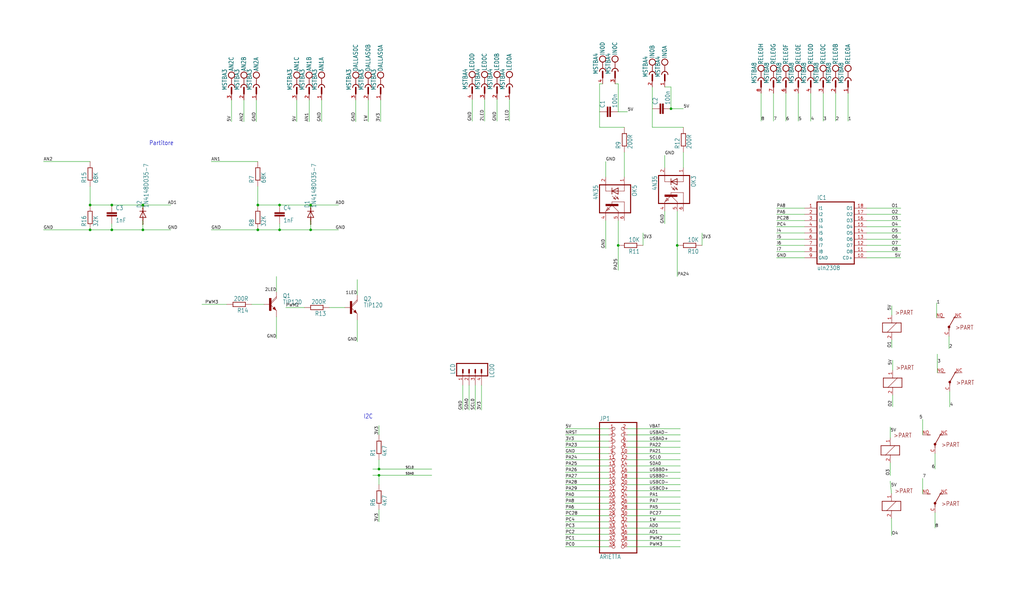
<source format=kicad_sch>
(kicad_sch (version 20220622) (generator eeschema)
  (paper "User" 418.643 249.326)
  (lib_symbols
    (symbol "pyacqua-eagle-import:1N4148DO35-7"
      (property "Reference" "D" (at 2.54 0.4826 0))
      (property "Value" "1N4148DO35-7" (at 2.54 -2.3114 0))
      (symbol "1N4148DO35-7_1_0"
        (text "SpiceOrder 1" (at -2.54 0 0) (effects (font (size 0.4064 0.3454))))
        (text "SpiceOrder 2" (at 2.54 0 0) (effects (font (size 0.4064 0.3454))))
        (pin passive line (at -2.54 0 0) (length 2.54) (name "A") (number "A"))
        (pin passive line (at 2.54 0 180) (length 2.54) (name "C") (number "C"))
      )
    )
    (symbol "pyacqua-eagle-import:4N35"
      (property "Reference" "OK" (at -6.985 5.715 0))
      (property "Value" "4N35" (at -6.985 -10.16 0))
      (symbol "4N35_1_0"
        (pin passive line (at -10.16 2.54 0) (length 2.54) (name "A") (number "1"))
        (pin passive line (at -10.16 -5.08 0) (length 2.54) (name "C") (number "2"))
        (pin passive line (at 7.62 -5.08 180) (length 2.54) (name "EMI") (number "4"))
        (pin passive line (at 7.62 0 180) (length 2.54) (name "COL") (number "5"))
        (pin passive line (at 7.62 2.54 180) (length 2.54) (name "BAS") (number "6"))
      )
    )
    (symbol "pyacqua-eagle-import:C2,5-3"
      (property "Reference" "C" (at 1.524 0.381 0))
      (property "Value" "C2,5-3" (at 1.524 -4.699 0))
      (symbol "C2,5-3_1_0"
        (pin passive line (at 0 2.54 270) (length 2.54) (name "1") (number "1"))
        (pin passive line (at 0 -5.08 90) (length 2.54) (name "2") (number "2"))
      )
    )
    (symbol "pyacqua-eagle-import:JS-M1"
      (symbol "JS-M1_1_0"
        (text ">PART" (at 1.27 5.08 0) (effects (font (size 1.778 1.5113)) (justify left bottom)))
        (pin passive line (at 0 5.08 270) (length 2.54) (name "1") (number "1"))
        (pin passive line (at 0 -5.08 90) (length 2.54) (name "2") (number "2"))
      )
      (symbol "JS-M1_2_0"
        (text ">PART" (at 2.54 0 0) (effects (font (size 1.778 1.5113)) (justify left bottom)))
        (pin passive line (at 0 -2.54 90) (length 2.54) (name "P") (number "C"))
        (pin passive line (at 5.08 5.08 180) (length 2.54) (name "O") (number "NC"))
        (pin passive line (at -5.08 5.08 0) (length 2.54) (name "S") (number "NO"))
      )
    )
    (symbol "pyacqua-eagle-import:MA04-1"
      (property "Reference" "SV" (at -1.27 5.842 0))
      (property "Value" "MA04-1" (at -1.27 -10.16 0))
      (symbol "MA04-1_1_0"
        (pin passive line (at 7.62 -5.08 180) (length 5.08) (name "1") (number "1"))
        (pin passive line (at 7.62 -2.54 180) (length 5.08) (name "2") (number "2"))
        (pin passive line (at 7.62 0 180) (length 5.08) (name "3") (number "3"))
        (pin passive line (at 7.62 2.54 180) (length 5.08) (name "4") (number "4"))
      )
    )
    (symbol "pyacqua-eagle-import:MSTBA3"
      (property "Reference" "X" (at -6.604 0.889 0))
      (property "Value" "MSTBA3" (at -7.62 -3.81 0))
      (symbol "MSTBA3_1_0"
        (pin passive line (at 5.08 0 180) (length 2.54) (name "1") (number "1"))
      )
      (symbol "MSTBA3_2_0"
        (pin passive line (at 5.08 0 180) (length 2.54) (name "1") (number "2"))
      )
      (symbol "MSTBA3_3_0"
        (pin passive line (at 5.08 0 180) (length 2.54) (name "1") (number "3"))
      )
    )
    (symbol "pyacqua-eagle-import:MSTBA4"
      (property "Reference" "X" (at -6.604 0.889 0))
      (property "Value" "MSTBA4" (at -7.62 -3.81 0))
      (symbol "MSTBA4_1_0"
        (pin passive line (at 5.08 0 180) (length 2.54) (name "1") (number "1"))
      )
      (symbol "MSTBA4_2_0"
        (pin passive line (at 5.08 0 180) (length 2.54) (name "1") (number "2"))
      )
      (symbol "MSTBA4_3_0"
        (pin passive line (at 5.08 0 180) (length 2.54) (name "1") (number "3"))
      )
      (symbol "MSTBA4_4_0"
        (pin passive line (at 5.08 0 180) (length 2.54) (name "1") (number "4"))
      )
    )
    (symbol "pyacqua-eagle-import:MSTBA8"
      (property "Reference" "X" (at -6.604 0.889 0))
      (property "Value" "MSTBA8" (at -7.62 -3.81 0))
      (symbol "MSTBA8_1_0"
        (pin passive line (at 5.08 0 180) (length 2.54) (name "1") (number "1"))
      )
      (symbol "MSTBA8_2_0"
        (pin passive line (at 5.08 0 180) (length 2.54) (name "1") (number "2"))
      )
      (symbol "MSTBA8_3_0"
        (pin passive line (at 5.08 0 180) (length 2.54) (name "1") (number "3"))
      )
      (symbol "MSTBA8_4_0"
        (pin passive line (at 5.08 0 180) (length 2.54) (name "1") (number "4"))
      )
      (symbol "MSTBA8_5_0"
        (pin passive line (at 5.08 0 180) (length 2.54) (name "1") (number "5"))
      )
      (symbol "MSTBA8_6_0"
        (pin passive line (at 5.08 0 180) (length 2.54) (name "1") (number "6"))
      )
      (symbol "MSTBA8_7_0"
        (pin passive line (at 5.08 0 180) (length 2.54) (name "1") (number "7"))
      )
      (symbol "MSTBA8_8_0"
        (pin passive line (at 5.08 0 180) (length 2.54) (name "1") (number "8"))
      )
    )
    (symbol "pyacqua-eagle-import:PINHD-2X20"
      (property "Reference" "JP" (at -6.35 26.035 0))
      (property "Value" "PINHD-2X20" (at -6.35 -30.48 0))
      (symbol "PINHD-2X20_1_0"
        (pin passive inverted (at -2.54 22.86 0) (length 2.54) (name "1") (number "1"))
        (pin passive inverted (at 5.08 12.7 180) (length 2.54) (name "10") (number "10"))
        (pin passive inverted (at -2.54 10.16 0) (length 2.54) (name "11") (number "11"))
        (pin passive inverted (at 5.08 10.16 180) (length 2.54) (name "12") (number "12"))
        (pin passive inverted (at -2.54 7.62 0) (length 2.54) (name "13") (number "13"))
        (pin passive inverted (at 5.08 7.62 180) (length 2.54) (name "14") (number "14"))
        (pin passive inverted (at -2.54 5.08 0) (length 2.54) (name "15") (number "15"))
        (pin passive inverted (at 5.08 5.08 180) (length 2.54) (name "16") (number "16"))
        (pin passive inverted (at -2.54 2.54 0) (length 2.54) (name "17") (number "17"))
        (pin passive inverted (at 5.08 2.54 180) (length 2.54) (name "18") (number "18"))
        (pin passive inverted (at -2.54 0 0) (length 2.54) (name "19") (number "19"))
        (pin passive inverted (at 5.08 22.86 180) (length 2.54) (name "2") (number "2"))
        (pin passive inverted (at 5.08 0 180) (length 2.54) (name "20") (number "20"))
        (pin passive inverted (at -2.54 -2.54 0) (length 2.54) (name "21") (number "21"))
        (pin passive inverted (at 5.08 -2.54 180) (length 2.54) (name "22") (number "22"))
        (pin passive inverted (at -2.54 -5.08 0) (length 2.54) (name "23") (number "23"))
        (pin passive inverted (at 5.08 -5.08 180) (length 2.54) (name "24") (number "24"))
        (pin passive inverted (at -2.54 -7.62 0) (length 2.54) (name "25") (number "25"))
        (pin passive inverted (at 5.08 -7.62 180) (length 2.54) (name "26") (number "26"))
        (pin passive inverted (at -2.54 -10.16 0) (length 2.54) (name "27") (number "27"))
        (pin passive inverted (at 5.08 -10.16 180) (length 2.54) (name "28") (number "28"))
        (pin passive inverted (at -2.54 -12.7 0) (length 2.54) (name "29") (number "29"))
        (pin passive inverted (at -2.54 20.32 0) (length 2.54) (name "3") (number "3"))
        (pin passive inverted (at 5.08 -12.7 180) (length 2.54) (name "30") (number "30"))
        (pin passive inverted (at -2.54 -15.24 0) (length 2.54) (name "31") (number "31"))
        (pin passive inverted (at 5.08 -15.24 180) (length 2.54) (name "32") (number "32"))
        (pin passive inverted (at -2.54 -17.78 0) (length 2.54) (name "33") (number "33"))
        (pin passive inverted (at 5.08 -17.78 180) (length 2.54) (name "34") (number "34"))
        (pin passive inverted (at -2.54 -20.32 0) (length 2.54) (name "35") (number "35"))
        (pin passive inverted (at 5.08 -20.32 180) (length 2.54) (name "36") (number "36"))
        (pin passive inverted (at -2.54 -22.86 0) (length 2.54) (name "37") (number "37"))
        (pin passive inverted (at 5.08 -22.86 180) (length 2.54) (name "38") (number "38"))
        (pin passive inverted (at -2.54 -25.4 0) (length 2.54) (name "39") (number "39"))
        (pin passive inverted (at 5.08 20.32 180) (length 2.54) (name "4") (number "4"))
        (pin passive inverted (at 5.08 -25.4 180) (length 2.54) (name "40") (number "40"))
        (pin passive inverted (at -2.54 17.78 0) (length 2.54) (name "5") (number "5"))
        (pin passive inverted (at 5.08 17.78 180) (length 2.54) (name "6") (number "6"))
        (pin passive inverted (at -2.54 15.24 0) (length 2.54) (name "7") (number "7"))
        (pin passive inverted (at 5.08 15.24 180) (length 2.54) (name "8") (number "8"))
        (pin passive inverted (at -2.54 12.7 0) (length 2.54) (name "9") (number "9"))
      )
    )
    (symbol "pyacqua-eagle-import:R-EU_0204{slash}2V"
      (property "Reference" "R" (at -3.81 1.4986 0))
      (property "Value" "R-EU_0204{slash}2V" (at -3.81 -3.302 0))
      (symbol "R-EU_0204{slash}2V_1_0"
        (pin passive line (at -5.08 0 0) (length 2.54) (name "1") (number "1"))
        (pin passive line (at 5.08 0 180) (length 2.54) (name "2") (number "2"))
      )
    )
    (symbol "pyacqua-eagle-import:TIP120"
      (property "Reference" "Q" (at 5.08 2.54 0))
      (property "Value" "TIP120" (at 5.08 0 0))
      (symbol "TIP120_1_0"
        (pin passive line (at -2.54 0 0) (length 2.54) (name "B") (number "B"))
        (pin passive line (at 2.54 5.08 270) (length 2.54) (name "C") (number "C"))
        (pin passive line (at 2.54 -5.08 90) (length 2.54) (name "E") (number "E"))
      )
    )
    (symbol "pyacqua-eagle-import:ULN2803A"
      (property "Reference" "IC" (at -7.62 13.462 0))
      (property "Value" "ULN2803A" (at -7.62 -15.24 0))
      (symbol "ULN2803A_1_0"
        (pin input line (at -12.7 10.16 0) (length 5.08) (name "I1") (number "1"))
        (pin passive line (at 12.7 -10.16 180) (length 5.08) (name "CD+") (number "10"))
        (pin open_collector line (at 12.7 -7.62 180) (length 5.08) (name "O8") (number "11"))
        (pin open_collector line (at 12.7 -5.08 180) (length 5.08) (name "O7") (number "12"))
        (pin open_collector line (at 12.7 -2.54 180) (length 5.08) (name "O6") (number "13"))
        (pin open_collector line (at 12.7 0 180) (length 5.08) (name "O5") (number "14"))
        (pin open_collector line (at 12.7 2.54 180) (length 5.08) (name "O4") (number "15"))
        (pin open_collector line (at 12.7 5.08 180) (length 5.08) (name "O3") (number "16"))
        (pin open_collector line (at 12.7 7.62 180) (length 5.08) (name "O2") (number "17"))
        (pin open_collector line (at 12.7 10.16 180) (length 5.08) (name "O1") (number "18"))
        (pin input line (at -12.7 7.62 0) (length 5.08) (name "I2") (number "2"))
        (pin input line (at -12.7 5.08 0) (length 5.08) (name "I3") (number "3"))
        (pin input line (at -12.7 2.54 0) (length 5.08) (name "I4") (number "4"))
        (pin input line (at -12.7 0 0) (length 5.08) (name "I5") (number "5"))
        (pin input line (at -12.7 -2.54 0) (length 5.08) (name "I6") (number "6"))
        (pin input line (at -12.7 -5.08 0) (length 5.08) (name "I7") (number "7"))
        (pin input line (at -12.7 -7.62 0) (length 5.08) (name "I8") (number "8"))
        (pin power_in line (at -12.7 -10.16 0) (length 5.08) (name "GND") (number "9"))
      )
    )
  )
  (junction (at 252.73 100.33))
  (junction (at 114.3 93.98))
  (junction (at 45.72 93.98))
  (junction (at 36.83 83.82))
  (junction (at 154.94 194.31))
  (junction (at 127 83.82))
  (junction (at 127 93.98))
  (junction (at 105.41 83.82))
  (junction (at 45.72 83.82))
  (junction (at 274.32 44.45))
  (junction (at 114.3 83.82))
  (junction (at 154.94 191.77))
  (junction (at 105.41 93.98))
  (junction (at 58.42 83.82))
  (junction (at 58.42 93.98))
  (junction (at 276.86 100.33))
  (junction (at 36.83 93.98))
  (wire (pts (xy 382.27 185.42) (xy 382.27 191.77)))
  (wire (pts (xy 279.4 68.58) (xy 279.4 62.23)))
  (wire (pts (xy 248.92 218.44) (xy 231.14 218.44)))
  (wire (pts (xy 364.4646 201.7649) (xy 363.9439 196.7103)))
  (wire (pts (xy 256.54 223.52) (xy 278.13 223.52)))
  (wire (pts (xy 354.33 85.09) (xy 368.3 85.09)))
  (wire (pts (xy 45.72 93.98) (xy 58.42 93.98)))
  (wire (pts (xy 328.93 95.25) (xy 317.5 95.25)))
  (wire (pts (xy 256.54 210.82) (xy 278.13 210.82)))
  (wire (pts (xy 377.19 177.8) (xy 377.19 171.45)))
  (wire (pts (xy 248.92 180.34) (xy 231.14 180.34)))
  (wire (pts (xy 354.33 97.79) (xy 368.3 97.79)))
  (wire (pts (xy 102.87 124.46) (xy 107.95 124.46)))
  (wire (pts (xy 256.54 175.26) (xy 278.13 175.26)))
  (wire (pts (xy 127 93.98) (xy 138.43 93.98)))
  (wire (pts (xy 45.72 83.82) (xy 36.83 83.82)))
  (wire (pts (xy 252.73 45.72) (xy 256.54 45.72)))
  (wire (pts (xy 154.94 208.28) (xy 154.94 213.36)))
  (wire (pts (xy 248.92 182.88) (xy 231.14 182.88)))
  (wire (pts (xy 58.42 83.82) (xy 58.42 85.09)))
  (wire (pts (xy 256.54 220.98) (xy 278.13 220.98)))
  (wire (pts (xy 326.39 38.1) (xy 326.39 49.53)))
  (wire (pts (xy 248.92 200.66) (xy 231.14 200.66)))
  (wire (pts (xy 176.53 191.77) (xy 154.94 191.77)))
  (wire (pts (xy 154.94 187.96) (xy 154.94 191.77)))
  (wire (pts (xy 92.71 124.46) (xy 82.55 124.46)))
  (wire (pts (xy 387.985 137.4775) (xy 387.985 142.5575)))
  (wire (pts (xy 154.94 177.8) (xy 154.94 173.99)))
  (wire (pts (xy 256.54 218.44) (xy 278.13 218.44)))
  (wire (pts (xy 271.78 63.5) (xy 271.78 68.58)))
  (wire (pts (xy 363.9947 189.1919) (xy 363.9947 194.4116)))
  (wire (pts (xy 154.94 198.12) (xy 154.94 194.31)))
  (wire (pts (xy 328.93 92.71) (xy 317.5 92.71)))
  (wire (pts (xy 321.31 38.1) (xy 321.31 49.53)))
  (wire (pts (xy 248.92 220.98) (xy 231.14 220.98)))
  (wire (pts (xy 279.4 52.07) (xy 266.7 52.07)))
  (wire (pts (xy 256.54 208.28) (xy 278.13 208.28)))
  (wire (pts (xy 382.905 129.8575) (xy 382.905 123.825)))
  (wire (pts (xy 189.23 157.48) (xy 189.23 167.64)))
  (wire (pts (xy 256.54 215.9) (xy 278.13 215.9)))
  (wire (pts (xy 203.2 40.64) (xy 203.2 49.53)))
  (wire (pts (xy 256.54 190.5) (xy 278.13 190.5)))
  (wire (pts (xy 248.92 203.2) (xy 231.14 203.2)))
  (wire (pts (xy 274.32 35.56) (xy 274.32 44.45)))
  (wire (pts (xy 256.54 180.34) (xy 278.13 180.34)))
  (wire (pts (xy 58.42 93.98) (xy 58.42 90.17)))
  (wire (pts (xy 140.97 125.73) (xy 134.62 125.73)))
  (wire (pts (xy 383.2225 152.4) (xy 383.2225 144.78)))
  (wire (pts (xy 94.6531 40.8686) (xy 94.6531 49.7586)))
  (wire (pts (xy 354.33 95.25) (xy 368.3 95.25)))
  (wire (pts (xy 266.7 52.07) (xy 266.7 44.45)))
  (wire (pts (xy 248.92 213.36) (xy 231.14 213.36)))
  (wire (pts (xy 328.93 85.09) (xy 317.5 85.09)))
  (wire (pts (xy 99.7331 40.8686) (xy 99.7331 49.7586)))
  (wire (pts (xy 287.02 100.33) (xy 287.02 95.25)))
  (wire (pts (xy 364.9345 151.384) (xy 364.9345 147.2565)))
  (wire (pts (xy 251.46 34.29) (xy 252.73 34.29)))
  (wire (pts (xy 105.41 76.2) (xy 105.41 83.82)))
  (wire (pts (xy 58.42 83.82) (xy 69.85 83.82)))
  (wire (pts (xy 113.03 129.54) (xy 113.03 138.43)))
  (wire (pts (xy 105.41 66.04) (xy 86.36 66.04)))
  (wire (pts (xy 316.23 38.1) (xy 316.23 49.53)))
  (wire (pts (xy 198.12 40.64) (xy 198.12 49.53)))
  (wire (pts (xy 256.54 198.12) (xy 278.13 198.12)))
  (wire (pts (xy 336.55 38.1) (xy 336.55 49.53)))
  (wire (pts (xy 354.33 90.17) (xy 368.3 90.17)))
  (wire (pts (xy 127 83.82) (xy 127 85.09)))
  (wire (pts (xy 364.617 139.0015) (xy 364.617 142.1765)))
  (wire (pts (xy 256.54 177.8) (xy 278.13 177.8)))
  (wire (pts (xy 328.93 102.87) (xy 317.5 102.87)))
  (wire (pts (xy 114.3 93.98) (xy 127 93.98)))
  (wire (pts (xy 276.86 100.33) (xy 276.86 113.03)))
  (wire (pts (xy 114.3 91.44) (xy 114.3 93.98)))
  (wire (pts (xy 388.3025 160.02) (xy 388.3025 166.37)))
  (wire (pts (xy 248.92 187.96) (xy 231.14 187.96)))
  (wire (pts (xy 364.9345 161.544) (xy 364.9345 166.3065)))
  (wire (pts (xy 248.92 208.28) (xy 231.14 208.28)))
  (wire (pts (xy 354.33 87.63) (xy 368.3 87.63)))
  (wire (pts (xy 354.33 100.33) (xy 368.3 100.33)))
  (wire (pts (xy 248.92 177.8) (xy 231.14 177.8)))
  (wire (pts (xy 328.93 90.17) (xy 317.5 90.17)))
  (wire (pts (xy 36.83 66.04) (xy 17.78 66.04)))
  (wire (pts (xy 341.63 38.1) (xy 341.63 49.53)))
  (wire (pts (xy 194.31 157.48) (xy 194.31 167.64)))
  (wire (pts (xy 271.78 35.56) (xy 274.32 35.56)))
  (wire (pts (xy 127 93.98) (xy 127 90.17)))
  (wire (pts (xy 364.4646 211.9249) (xy 364.5154 218.9734)))
  (wire (pts (xy 246.38 34.29) (xy 245.11 34.29)))
  (wire (pts (xy 126.4031 40.8686) (xy 126.4031 49.7586)))
  (wire (pts (xy 208.28 40.64) (xy 208.28 49.53)))
  (wire (pts (xy 36.83 93.98) (xy 45.72 93.98)))
  (wire (pts (xy 266.7 35.56) (xy 266.7 44.45)))
  (wire (pts (xy 248.92 223.52) (xy 231.14 223.52)))
  (wire (pts (xy 364.617 128.8415) (xy 364.617 125.0315)))
  (wire (pts (xy 256.54 200.66) (xy 278.13 200.66)))
  (wire (pts (xy 248.92 193.04) (xy 231.14 193.04)))
  (wire (pts (xy 104.8131 40.8686) (xy 104.8131 49.7586)))
  (wire (pts (xy 121.3231 40.8686) (xy 121.3231 49.7586)))
  (wire (pts (xy 274.32 44.45) (xy 279.4 44.45)))
  (wire (pts (xy 311.15 38.1) (xy 311.15 49.53)))
  (wire (pts (xy 252.73 45.72) (xy 252.73 34.29)))
  (wire (pts (xy 248.92 190.5) (xy 231.14 190.5)))
  (wire (pts (xy 124.46 125.73) (xy 116.84 125.73)))
  (wire (pts (xy 255.27 72.39) (xy 255.27 62.23)))
  (wire (pts (xy 354.33 92.71) (xy 368.3 92.71)))
  (wire (pts (xy 256.54 195.58) (xy 278.13 195.58)))
  (wire (pts (xy 154.94 194.31) (xy 152.4 194.31)))
  (wire (pts (xy 193.04 40.64) (xy 193.04 49.53)))
  (wire (pts (xy 256.54 193.04) (xy 278.13 193.04)))
  (wire (pts (xy 248.92 175.26) (xy 231.14 175.26)))
  (wire (pts (xy 256.54 205.74) (xy 278.13 205.74)))
  (wire (pts (xy 176.53 194.31) (xy 154.94 194.31)))
  (wire (pts (xy 114.3 83.82) (xy 105.41 83.82)))
  (wire (pts (xy 196.85 157.48) (xy 196.85 167.64)))
  (wire (pts (xy 105.41 93.98) (xy 86.36 93.98)))
  (wire (pts (xy 248.92 198.12) (xy 231.14 198.12)))
  (wire (pts (xy 36.83 93.98) (xy 17.78 93.98)))
  (wire (pts (xy 248.92 205.74) (xy 231.14 205.74)))
  (wire (pts (xy 354.33 102.87) (xy 368.3 102.87)))
  (wire (pts (xy 146.05 120.65) (xy 146.05 114.3)))
  (wire (pts (xy 45.72 83.82) (xy 58.42 83.82)))
  (wire (pts (xy 58.42 93.98) (xy 69.85 93.98)))
  (wire (pts (xy 248.92 215.9) (xy 231.14 215.9)))
  (wire (pts (xy 256.54 203.2) (xy 278.13 203.2)))
  (wire (pts (xy 262.89 100.33) (xy 262.89 95.25)))
  (wire (pts (xy 248.92 210.82) (xy 231.14 210.82)))
  (wire (pts (xy 382.27 209.55) (xy 382.27 215.9)))
  (wire (pts (xy 328.93 105.41) (xy 317.5 105.41)))
  (wire (pts (xy 247.65 72.39) (xy 247.65 66.04)))
  (wire (pts (xy 127 83.82) (xy 138.43 83.82)))
  (wire (pts (xy 248.92 185.42) (xy 231.14 185.42)))
  (wire (pts (xy 245.11 34.29) (xy 245.11 45.72)))
  (wire (pts (xy 131.4831 40.8686) (xy 131.4831 49.7586)))
  (wire (pts (xy 105.41 93.98) (xy 114.3 93.98)))
  (wire (pts (xy 252.73 90.17) (xy 252.73 100.33)))
  (wire (pts (xy 155.6131 40.8686) (xy 155.6131 49.7586)))
  (wire (pts (xy 276.86 86.36) (xy 276.86 100.33)))
  (wire (pts (xy 154.94 191.77) (xy 152.4 191.77)))
  (wire (pts (xy 377.19 201.93) (xy 377.19 195.58)))
  (wire (pts (xy 114.3 83.82) (xy 127 83.82)))
  (wire (pts (xy 256.54 182.88) (xy 278.13 182.88)))
  (wire (pts (xy 331.47 38.1) (xy 331.47 49.53)))
  (wire (pts (xy 36.83 76.2) (xy 36.83 83.82)))
  (wire (pts (xy 328.93 97.79) (xy 317.5 97.79)))
  (wire (pts (xy 113.03 119.38) (xy 113.03 113.03)))
  (wire (pts (xy 256.54 187.96) (xy 278.13 187.96)))
  (wire (pts (xy 45.72 91.44) (xy 45.72 93.98)))
  (wire (pts (xy 145.4531 40.8686) (xy 145.4531 49.7586)))
  (wire (pts (xy 146.05 130.81) (xy 146.05 139.7)))
  (wire (pts (xy 255.27 52.07) (xy 245.11 52.07)))
  (wire (pts (xy 256.54 213.36) (xy 278.13 213.36)))
  (wire (pts (xy 150.5331 40.8686) (xy 150.5331 49.7586)))
  (wire (pts (xy 252.73 100.33) (xy 252.73 110.49)))
  (wire (pts (xy 245.11 52.07) (xy 245.11 45.72)))
  (wire (pts (xy 354.33 105.41) (xy 368.3 105.41)))
  (wire (pts (xy 328.93 100.33) (xy 317.5 100.33)))
  (wire (pts (xy 271.78 86.36) (xy 271.78 91.44)))
  (wire (pts (xy 256.54 185.42) (xy 278.13 185.42)))
  (wire (pts (xy 191.77 157.48) (xy 191.77 167.64)))
  (wire (pts (xy 363.9947 179.0319) (xy 363.9947 174.5869)))
  (wire (pts (xy 247.65 90.17) (xy 247.65 101.6)))
  (wire (pts (xy 328.93 87.63) (xy 317.5 87.63)))
  (wire (pts (xy 346.71 38.1) (xy 346.71 49.53)))
  (wire (pts (xy 248.92 195.58) (xy 231.14 195.58)))
  (text "I2C" (at 148.59 171.45 0) (effects (font (size 1.778 1.5113)) (justify left bottom)))
  (text "Partitore" (at 60.96 59.69 0) (effects (font (size 1.778 1.5113)) (justify left bottom)))
  (label "PA29" (at 231.14 200.66 0) (effects (font (size 1.2446 1.2446))))
  (label "GND" (at 271.78 91.44 90) (effects (font (size 1.2446 1.2446))))
  (label "USBBD+" (at 265.43 193.04 0) (effects (font (size 1.2446 1.2446))))
  (label "AN2" (at 17.78 66.04 0) (effects (font (size 1.2446 1.2446))))
  (label "PWM2" (at 265.43 220.98 0) (effects (font (size 1.2446 1.2446))))
  (label "PWM3" (at 265.43 223.52 0) (effects (font (size 1.2446 1.2446))))
  (label "PA22" (at 265.43 182.88 0) (effects (font (size 1.2446 1.2446))))
  (label "USBBD-" (at 265.43 195.58 0) (effects (font (size 1.2446 1.2446))))
  (label "5V" (at 364.617 126.9365 90) (effects (font (size 1.2446 1.2446))))
  (label "PWM3" (at 83.82 124.46 0) (effects (font (size 1.2446 1.2446))))
  (label "AN1" (at 126.4031 49.7586 90) (effects (font (size 1.2446 1.2446))))
  (label "PC3" (at 231.14 215.9 0) (effects (font (size 1.2446 1.2446))))
  (label "5V" (at 256.54 45.72 0) (effects (font (size 1.2446 1.2446))))
  (label "1W" (at 265.43 213.36 0) (effects (font (size 1.2446 1.2446))))
  (label "PC1" (at 231.14 220.98 0) (effects (font (size 1.2446 1.2446))))
  (label "SCL0" (at 165.735 191.77 0) (effects (font (size 0.889 0.889))))
  (label "1LED" (at 208.28 49.53 90) (effects (font (size 1.2446 1.2446))))
  (label "6" (at 321.31 49.53 0) (effects (font (size 1.2446 1.2446))))
  (label "GND" (at 86.36 93.98 0) (effects (font (size 1.2446 1.2446))))
  (label "PA25" (at 252.73 110.49 90) (effects (font (size 1.2446 1.2446))))
  (label "GND" (at 131.4831 49.7586 90) (effects (font (size 1.2446 1.2446))))
  (label "GND" (at 145.4531 49.7586 90) (effects (font (size 1.2446 1.2446))))
  (label "SCL0" (at 265.43 187.96 0) (effects (font (size 1.2446 1.2446))))
  (label "SDA0" (at 191.77 167.64 90) (effects (font (size 1.2446 1.2446))))
  (label "O1" (at 364.49 85.09 0) (effects (font (size 1.2446 1.2446))))
  (label "1LED" (at 146.05 120.65 180) (effects (font (size 1.2446 1.2446))))
  (label "PA25" (at 231.14 190.5 0) (effects (font (size 1.2446 1.2446))))
  (label "AD0" (at 137.16 83.82 0) (effects (font (size 1.2446 1.2446))))
  (label "O2" (at 364.9345 166.3065 90) (effects (font (size 1.2446 1.2446))))
  (label "3V3" (at 155.6131 49.7586 90) (effects (font (size 1.2446 1.2446))))
  (label "PA1" (at 265.43 203.2 0) (effects (font (size 1.2446 1.2446))))
  (label "GND" (at 193.04 49.53 90) (effects (font (size 1.2446 1.2446))))
  (label "O1" (at 364.617 142.1765 90) (effects (font (size 1.2446 1.2446))))
  (label "PA21" (at 265.43 185.42 0) (effects (font (size 1.2446 1.2446))))
  (label "5V" (at 363.9947 176.8094 0) (effects (font (size 1.2446 1.2446))))
  (label "PA0" (at 231.14 203.2 0) (effects (font (size 1.2446 1.2446))))
  (label "3V3" (at 287.02 97.79 0) (effects (font (size 1.2446 1.2446))))
  (label "AN1" (at 86.36 66.04 0) (effects (font (size 1.2446 1.2446))))
  (label "PA8" (at 231.14 205.74 0) (effects (font (size 1.2446 1.2446))))
  (label "SCL0" (at 194.31 167.64 90) (effects (font (size 1.2446 1.2446))))
  (label "1" (at 346.71 49.53 0) (effects (font (size 1.2446 1.2446))))
  (label "O8" (at 364.49 102.87 0) (effects (font (size 1.2446 1.2446))))
  (label "PA24" (at 276.86 113.03 0) (effects (font (size 1.2446 1.2446))))
  (label "6" (at 382.27 191.77 180) (effects (font (size 1.2446 1.2446))))
  (label "AD1" (at 265.43 218.44 0) (effects (font (size 1.2446 1.2446))))
  (label "2LED" (at 113.03 119.38 180) (effects (font (size 1.2446 1.2446))))
  (label "4" (at 331.47 49.53 0) (effects (font (size 1.2446 1.2446))))
  (label "O5" (at 364.49 95.25 0) (effects (font (size 1.2446 1.2446))))
  (label "PA5" (at 265.43 208.28 0) (effects (font (size 1.2446 1.2446))))
  (label "PC0" (at 231.14 223.52 0) (effects (font (size 1.2446 1.2446))))
  (label "4" (at 388.3025 166.37 0) (effects (font (size 1.2446 1.2446))))
  (label "USBCD+" (at 265.43 200.66 0) (effects (font (size 1.2446 1.2446))))
  (label "GND" (at 146.05 139.7 180) (effects (font (size 1.2446 1.2446))))
  (label "USBAD+" (at 265.43 180.34 0) (effects (font (size 1.2446 1.2446))))
  (label "5V" (at 231.14 175.26 0) (effects (font (size 1.2446 1.2446))))
  (label "I6" (at 317.5 100.33 0) (effects (font (size 1.2446 1.2446))))
  (label "8" (at 382.27 215.9 0) (effects (font (size 1.2446 1.2446))))
  (label "PA23" (at 231.14 182.88 0) (effects (font (size 1.2446 1.2446))))
  (label "GND" (at 317.5 105.41 0) (effects (font (size 1.2446 1.2446))))
  (label "AD1" (at 68.58 83.82 0) (effects (font (size 1.2446 1.2446))))
  (label "2" (at 341.63 49.53 0) (effects (font (size 1.2446 1.2446))))
  (label "NRST" (at 231.14 177.8 0) (effects (font (size 1.2446 1.2446))))
  (label "PA26" (at 231.14 193.04 0) (effects (font (size 1.2446 1.2446))))
  (label "O2" (at 364.49 87.63 0) (effects (font (size 1.2446 1.2446))))
  (label "7" (at 377.19 195.58 0) (effects (font (size 1.2446 1.2446))))
  (label "AD0" (at 265.43 215.9 0) (effects (font (size 1.2446 1.2446))))
  (label "O3" (at 363.9947 194.4116 90) (effects (font (size 1.2446 1.2446))))
  (label "GND" (at 271.78 63.5 0) (effects (font (size 1.2446 1.2446))))
  (label "PA6" (at 231.14 208.28 0) (effects (font (size 1.2446 1.2446))))
  (label "PC2" (at 231.14 218.44 0) (effects (font (size 1.2446 1.2446))))
  (label "2" (at 387.985 142.5575 0) (effects (font (size 1.2446 1.2446))))
  (label "PA28" (at 231.14 198.12 0) (effects (font (size 1.2446 1.2446))))
  (label "5V" (at 279.4 44.45 0) (effects (font (size 1.2446 1.2446))))
  (label "GND" (at 231.14 185.42 0) (effects (font (size 1.2446 1.2446))))
  (label "PA8" (at 317.5 85.09 0) (effects (font (size 1.2446 1.2446))))
  (label "PA24" (at 231.14 187.96 0) (effects (font (size 1.2446 1.2446))))
  (label "AN2" (at 99.7331 49.7586 90) (effects (font (size 1.2446 1.2446))))
  (label "3" (at 336.55 49.53 0) (effects (font (size 1.2446 1.2446))))
  (label "GND" (at 203.2 49.53 90) (effects (font (size 1.2446 1.2446))))
  (label "PC27" (at 265.43 210.82 0) (effects (font (size 1.2446 1.2446))))
  (label "PC4" (at 231.14 213.36 0) (effects (font (size 1.2446 1.2446))))
  (label "3" (at 383.2225 148.59 0) (effects (font (size 1.2446 1.2446))))
  (label "3V3" (at 196.85 167.64 90) (effects (font (size 1.2446 1.2446))))
  (label "O3" (at 364.49 90.17 0) (effects (font (size 1.2446 1.2446))))
  (label "O4" (at 364.49 92.71 0) (effects (font (size 1.2446 1.2446))))
  (label "SDA0" (at 165.735 194.31 0) (effects (font (size 0.889 0.889))))
  (label "VBAT" (at 265.43 175.26 0) (effects (font (size 1.2446 1.2446))))
  (label "GND" (at 113.03 138.43 180) (effects (font (size 1.2446 1.2446))))
  (label "GND" (at 189.23 167.64 90) (effects (font (size 1.2446 1.2446))))
  (label "I4" (at 317.5 95.25 0) (effects (font (size 1.2446 1.2446))))
  (label "5V" (at 365.76 105.41 0) (effects (font (size 1.2446 1.2446))))
  (label "O7" (at 364.49 100.33 0) (effects (font (size 1.2446 1.2446))))
  (label "3V3" (at 154.94 213.36 90) (effects (font (size 1.2446 1.2446))))
  (label "3V3" (at 154.94 177.8 90) (effects (font (size 1.2446 1.2446))))
  (label "5V" (at 364.2043 199.2376 0) (effects (font (size 1.2446 1.2446))))
  (label "GND" (at 17.78 93.98 0) (effects (font (size 1.2446 1.2446))))
  (label "1W" (at 150.5331 49.7586 90) (effects (font (size 1.2446 1.2446))))
  (label "GND" (at 247.65 66.04 0) (effects (font (size 1.2446 1.2446))))
  (label "USBCD-" (at 265.43 198.12 0) (effects (font (size 1.2446 1.2446))))
  (label "USBAD-" (at 265.43 177.8 0) (effects (font (size 1.2446 1.2446))))
  (label "SDA0" (at 265.43 190.5 0) (effects (font (size 1.2446 1.2446))))
  (label "7" (at 316.23 49.53 0) (effects (font (size 1.2446 1.2446))))
  (label "8" (at 311.15 49.53 0) (effects (font (size 1.2446 1.2446))))
  (label "GND" (at 68.58 93.98 0) (effects (font (size 1.2446 1.2446))))
  (label "3V3" (at 262.89 97.79 0) (effects (font (size 1.2446 1.2446))))
  (label "O6" (at 364.49 97.79 0) (effects (font (size 1.2446 1.2446))))
  (label "PA6" (at 317.5 87.63 0) (effects (font (size 1.2446 1.2446))))
  (label "GND" (at 247.65 101.6 90) (effects (font (size 1.2446 1.2446))))
  (label "PA7" (at 265.43 205.74 0) (effects (font (size 1.2446 1.2446))))
  (label "5" (at 377.19 171.45 180) (effects (font (size 1.2446 1.2446))))
  (label "PC28" (at 231.14 210.82 0) (effects (font (size 1.2446 1.2446))))
  (label "GND" (at 104.8131 49.7586 90) (effects (font (size 1.2446 1.2446))))
  (label "3V3" (at 231.14 180.34 0) (effects (font (size 1.2446 1.2446))))
  (label "I7" (at 317.5 102.87 0) (effects (font (size 1.2446 1.2446))))
  (label "5V" (at 364.9345 149.3203 90) (effects (font (size 1.2446 1.2446))))
  (label "5" (at 326.39 49.53 0) (effects (font (size 1.2446 1.2446))))
  (label "O4" (at 364.5154 218.9734 0) (effects (font (size 1.2446 1.2446))))
  (label "PA27" (at 231.14 195.58 0) (effects (font (size 1.2446 1.2446))))
  (label "GND" (at 137.16 93.98 0) (effects (font (size 1.2446 1.2446))))
  (label "PWM2" (at 116.84 125.73 0) (effects (font (size 1.2446 1.2446))))
  (label "2LED" (at 198.12 49.53 90) (effects (font (size 1.2446 1.2446))))
  (label "5V" (at 121.3231 49.7586 90) (effects (font (size 1.2446 1.2446))))
  (label "5V" (at 94.6531 49.7586 90) (effects (font (size 1.2446 1.2446))))
  (label "I5" (at 317.5 97.79 0) (effects (font (size 1.2446 1.2446))))
  (label "1" (at 382.905 124.46 0) (effects (font (size 1.2446 1.2446))))
  (label "PC4" (at 317.5 92.71 0) (effects (font (size 1.2446 1.2446))))
  (label "PC28" (at 317.5 90.17 0) (effects (font (size 1.2446 1.2446))))
  (symbol (lib_id "pyacqua-eagle-import:MSTBA4") (at 198.12 35.56 270) (unit 3)
    (default_instance (reference "U") (unit 1) (value "") (footprint ""))
    (property "Reference" "LED0" (at 199.009 28.956 0) (effects (font (size 1.778 1.5113)) (justify right top)))
    (property "Value" "MSTBA4" (at 194.31 27.94 0) (effects (font (size 1.778 1.5113)) (justify left bottom)))
    (property "Footprint" "pyacqua:MSTBA4" (effects hide))
  )
  (symbol (lib_id "pyacqua-eagle-import:R-EU_0204{slash}2V") (at 36.83 71.12 90) (unit 1)
    (default_instance (reference "U") (unit 1) (value "") (footprint ""))
    (property "Reference" "R15" (at 35.3314 74.93 0) (effects (font (size 1.778 1.5113)) (justify left bottom)))
    (property "Value" "68K" (at 40.132 74.93 0) (effects (font (size 1.778 1.5113)) (justify left bottom)))
    (property "Footprint" "pyacqua:0204V" (effects hide))
  )
  (symbol (lib_id "pyacqua-eagle-import:R-EU_0204{slash}2V") (at 154.94 203.2 90) (unit 1)
    (default_instance (reference "U") (unit 1) (value "") (footprint ""))
    (property "Reference" "R6" (at 153.4414 207.01 0) (effects (font (size 1.778 1.5113)) (justify left bottom)))
    (property "Value" "4K7" (at 158.242 207.01 0) (effects (font (size 1.778 1.5113)) (justify left bottom)))
    (property "Footprint" "pyacqua:0204V" (effects hide))
  )
  (symbol (lib_id "pyacqua-eagle-import:MSTBA8") (at 326.39 33.02 270) (unit 5)
    (default_instance (reference "U") (unit 1) (value "") (footprint ""))
    (property "Reference" "RELE0" (at 327.279 26.416 0) (effects (font (size 1.778 1.5113)) (justify right top)))
    (property "Value" "MSTBA8" (at 322.58 25.4 0) (effects (font (size 1.778 1.5113)) (justify left bottom)))
    (property "Footprint" "pyacqua:MSTBA8" (effects hide))
  )
  (symbol (lib_id "pyacqua-eagle-import:MSTBA4") (at 266.7 30.48 270) (unit 2)
    (default_instance (reference "U") (unit 1) (value "") (footprint ""))
    (property "Reference" "IN0" (at 267.589 23.876 0) (effects (font (size 1.778 1.5113)) (justify right top)))
    (property "Value" "MSTBA4" (at 262.89 22.86 0) (effects (font (size 1.778 1.5113)) (justify left bottom)))
    (property "Footprint" "pyacqua:MSTBA4" (effects hide))
  )
  (symbol (lib_id "pyacqua-eagle-import:R-EU_0204{slash}2V") (at 154.94 182.88 90) (unit 1)
    (default_instance (reference "U") (unit 1) (value "") (footprint ""))
    (property "Reference" "R1" (at 153.4414 186.69 0) (effects (font (size 1.778 1.5113)) (justify left bottom)))
    (property "Value" "4K7" (at 158.242 186.69 0) (effects (font (size 1.778 1.5113)) (justify left bottom)))
    (property "Footprint" "pyacqua:0204V" (effects hide))
  )
  (symbol (lib_id "pyacqua-eagle-import:MSTBA3") (at 126.4031 35.7886 270) (unit 2)
    (default_instance (reference "U") (unit 1) (value "") (footprint ""))
    (property "Reference" "AN1" (at 127.2921 29.1846 0) (effects (font (size 1.778 1.5113)) (justify right top)))
    (property "Value" "MSTBA3" (at 122.5931 28.1686 0) (effects (font (size 1.778 1.5113)) (justify left bottom)))
    (property "Footprint" "pyacqua:MSTBA3" (effects hide))
  )
  (symbol (lib_id "pyacqua-eagle-import:MSTBA8") (at 331.47 33.02 270) (unit 4)
    (default_instance (reference "U") (unit 1) (value "") (footprint ""))
    (property "Reference" "RELE0" (at 332.359 26.416 0) (effects (font (size 1.778 1.5113)) (justify right top)))
    (property "Value" "MSTBA8" (at 327.66 25.4 0) (effects (font (size 1.778 1.5113)) (justify left bottom)))
    (property "Footprint" "pyacqua:MSTBA8" (effects hide))
  )
  (symbol (lib_id "pyacqua-eagle-import:C2,5-3") (at 45.72 86.36 0) (unit 1)
    (default_instance (reference "U") (unit 1) (value "") (footprint ""))
    (property "Reference" "C3" (at 47.244 85.979 0) (effects (font (size 1.778 1.5113)) (justify left bottom)))
    (property "Value" "1nF" (at 47.244 91.059 0) (effects (font (size 1.778 1.5113)) (justify left bottom)))
    (property "Footprint" "pyacqua:C2.5-3" (effects hide))
  )
  (symbol (lib_id "pyacqua-eagle-import:PINHD-2X20") (at 251.46 198.12 0) (unit 1)
    (default_instance (reference "U") (unit 1) (value "") (footprint ""))
    (property "Reference" "JP1" (at 245.11 172.085 0) (effects (font (size 1.778 1.5113)) (justify left bottom)))
    (property "Value" "ARIETTA" (at 245.11 228.6 0) (effects (font (size 1.778 1.5113)) (justify left bottom)))
    (property "Footprint" "pyacqua:2X20" (effects hide))
  )
  (symbol (lib_id "pyacqua-eagle-import:MSTBA4") (at 203.2 35.56 270) (unit 2)
    (default_instance (reference "U") (unit 1) (value "") (footprint ""))
    (property "Reference" "LED0" (at 204.089 28.956 0) (effects (font (size 1.778 1.5113)) (justify right top)))
    (property "Value" "MSTBA4" (at 199.39 27.94 0) (effects (font (size 1.778 1.5113)) (justify left bottom)))
    (property "Footprint" "pyacqua:MSTBA4" (effects hide))
  )
  (symbol (lib_id "pyacqua-eagle-import:R-EU_0204{slash}2V") (at 105.41 88.9 90) (unit 1)
    (default_instance (reference "U") (unit 1) (value "") (footprint ""))
    (property "Reference" "R8" (at 103.9114 92.71 0) (effects (font (size 1.778 1.5113)) (justify left bottom)))
    (property "Value" "32K" (at 108.712 92.71 0) (effects (font (size 1.778 1.5113)) (justify left bottom)))
    (property "Footprint" "pyacqua:0204V" (effects hide))
  )
  (symbol (lib_id "pyacqua-eagle-import:R-EU_0204{slash}2V") (at 129.54 125.73 180) (unit 1)
    (default_instance (reference "U") (unit 1) (value "") (footprint ""))
    (property "Reference" "R13" (at 133.35 127.2286 0) (effects (font (size 1.778 1.5113)) (justify left bottom)))
    (property "Value" "200R" (at 133.35 122.428 0) (effects (font (size 1.778 1.5113)) (justify left bottom)))
    (property "Footprint" "pyacqua:0204V" (effects hide))
  )
  (symbol (lib_id "pyacqua-eagle-import:C2,5-3") (at 247.65 45.72 90) (unit 1)
    (default_instance (reference "U") (unit 1) (value "") (footprint ""))
    (property "Reference" "C1" (at 247.269 44.196 0) (effects (font (size 1.778 1.5113)) (justify left bottom)))
    (property "Value" "100n" (at 252.349 44.196 0) (effects (font (size 1.778 1.5113)) (justify left bottom)))
    (property "Footprint" "pyacqua:C2.5-3" (effects hide))
  )
  (symbol (lib_id "pyacqua-eagle-import:JS-M1") (at 364.617 133.9215 0) (unit 1)
    (default_instance (reference "U") (unit 1) (value "") (footprint ""))
    (property "Reference" "K1" (effects hide))
    (property "Value" "JS-M1" (effects hide))
    (property "Footprint" "pyacqua:JS-M" (effects hide))
  )
  (symbol (lib_id "pyacqua-eagle-import:ULN2803A") (at 341.63 95.25 0) (unit 1)
    (default_instance (reference "U") (unit 1) (value "") (footprint ""))
    (property "Reference" "IC1" (at 334.01 81.788 0) (effects (font (size 1.778 1.5113)) (justify left bottom)))
    (property "Value" "uln2308" (at 334.01 110.49 0) (effects (font (size 1.778 1.5113)) (justify left bottom)))
    (property "Footprint" "pyacqua:DIL18" (effects hide))
  )
  (symbol (lib_id "pyacqua-eagle-import:R-EU_0204{slash}2V") (at 281.94 100.33 180) (unit 1)
    (default_instance (reference "U") (unit 1) (value "") (footprint ""))
    (property "Reference" "R10" (at 285.75 101.8286 0) (effects (font (size 1.778 1.5113)) (justify left bottom)))
    (property "Value" "10K" (at 285.75 97.028 0) (effects (font (size 1.778 1.5113)) (justify left bottom)))
    (property "Footprint" "pyacqua:0204V" (effects hide))
  )
  (symbol (lib_id "pyacqua-eagle-import:MSTBA8") (at 341.63 33.02 270) (unit 2)
    (default_instance (reference "U") (unit 1) (value "") (footprint ""))
    (property "Reference" "RELE0" (at 342.519 26.416 0) (effects (font (size 1.778 1.5113)) (justify right top)))
    (property "Value" "MSTBA8" (at 337.82 25.4 0) (effects (font (size 1.778 1.5113)) (justify left bottom)))
    (property "Footprint" "pyacqua:MSTBA8" (effects hide))
  )
  (symbol (lib_id "pyacqua-eagle-import:MSTBA4") (at 246.38 29.21 270) (unit 4)
    (default_instance (reference "U") (unit 1) (value "") (footprint ""))
    (property "Reference" "IN0" (at 247.269 22.606 0) (effects (font (size 1.778 1.5113)) (justify right top)))
    (property "Value" "MSTBA4" (at 242.57 21.59 0) (effects (font (size 1.778 1.5113)) (justify left bottom)))
    (property "Footprint" "pyacqua:MSTBA4" (effects hide))
  )
  (symbol (lib_id "pyacqua-eagle-import:MSTBA3") (at 99.7331 35.7886 270) (unit 2)
    (default_instance (reference "U") (unit 1) (value "") (footprint ""))
    (property "Reference" "AN2" (at 100.6221 29.1846 0) (effects (font (size 1.778 1.5113)) (justify right top)))
    (property "Value" "MSTBA3" (at 95.9231 28.1686 0) (effects (font (size 1.778 1.5113)) (justify left bottom)))
    (property "Footprint" "pyacqua:MSTBA3" (effects hide))
  )
  (symbol (lib_id "pyacqua-eagle-import:MSTBA8") (at 311.15 33.02 270) (unit 8)
    (default_instance (reference "U") (unit 1) (value "") (footprint ""))
    (property "Reference" "RELE0" (at 312.039 26.416 0) (effects (font (size 1.778 1.5113)) (justify right top)))
    (property "Value" "MSTBA8" (at 307.34 25.4 0) (effects (font (size 1.778 1.5113)) (justify left bottom)))
    (property "Footprint" "pyacqua:MSTBA8" (effects hide))
  )
  (symbol (lib_id "pyacqua-eagle-import:JS-M1") (at 382.27 207.01 0) (unit 2)
    (default_instance (reference "U") (unit 1) (value "") (footprint ""))
    (property "Reference" "K4" (effects hide))
    (property "Value" "JS-M1" (effects hide))
    (property "Footprint" "pyacqua:JS-M" (effects hide))
  )
  (symbol (lib_id "pyacqua-eagle-import:R-EU_0204{slash}2V") (at 257.81 100.33 180) (unit 1)
    (default_instance (reference "U") (unit 1) (value "") (footprint ""))
    (property "Reference" "R11" (at 261.62 101.8286 0) (effects (font (size 1.778 1.5113)) (justify left bottom)))
    (property "Value" "10K" (at 261.62 97.028 0) (effects (font (size 1.778 1.5113)) (justify left bottom)))
    (property "Footprint" "pyacqua:0204V" (effects hide))
  )
  (symbol (lib_id "pyacqua-eagle-import:JS-M1") (at 364.4646 206.8449 0) (unit 1)
    (default_instance (reference "U") (unit 1) (value "") (footprint ""))
    (property "Reference" "K4" (effects hide))
    (property "Value" "JS-M1" (effects hide))
    (property "Footprint" "pyacqua:JS-M" (effects hide))
  )
  (symbol (lib_id "pyacqua-eagle-import:JS-M1") (at 388.3025 157.48 0) (unit 2)
    (default_instance (reference "U") (unit 1) (value "") (footprint ""))
    (property "Reference" "K2" (effects hide))
    (property "Value" "JS-M1" (effects hide))
    (property "Footprint" "pyacqua:JS-M" (effects hide))
  )
  (symbol (lib_id "pyacqua-eagle-import:C2,5-3") (at 269.24 44.45 90) (unit 1)
    (default_instance (reference "U") (unit 1) (value "") (footprint ""))
    (property "Reference" "C2" (at 268.859 42.926 0) (effects (font (size 1.778 1.5113)) (justify left bottom)))
    (property "Value" "100n" (at 273.939 42.926 0) (effects (font (size 1.778 1.5113)) (justify left bottom)))
    (property "Footprint" "pyacqua:C2.5-3" (effects hide))
  )
  (symbol (lib_id "pyacqua-eagle-import:MSTBA3") (at 104.8131 35.7886 270) (unit 1)
    (default_instance (reference "U") (unit 1) (value "") (footprint ""))
    (property "Reference" "AN2" (at 105.7021 29.1846 0) (effects (font (size 1.778 1.5113)) (justify right top)))
    (property "Value" "MSTBA3" (at 101.0031 28.1686 0) (effects (font (size 1.778 1.5113)) (justify left bottom)))
    (property "Footprint" "pyacqua:MSTBA3" (effects hide))
  )
  (symbol (lib_id "pyacqua-eagle-import:1N4148DO35-7") (at 58.42 87.63 90) (unit 1)
    (default_instance (reference "U") (unit 1) (value "") (footprint ""))
    (property "Reference" "D2" (at 57.9374 85.09 0) (effects (font (size 1.778 1.5113)) (justify left bottom)))
    (property "Value" "1N4148DO35-7" (at 60.7314 85.09 0) (effects (font (size 1.778 1.5113)) (justify left bottom)))
    (property "Footprint" "pyacqua:DO35-7" (effects hide))
  )
  (symbol (lib_id "pyacqua-eagle-import:MSTBA3") (at 94.6531 35.7886 270) (unit 3)
    (default_instance (reference "U") (unit 1) (value "") (footprint ""))
    (property "Reference" "AN2" (at 95.5421 29.1846 0) (effects (font (size 1.778 1.5113)) (justify right top)))
    (property "Value" "MSTBA3" (at 90.8431 28.1686 0) (effects (font (size 1.778 1.5113)) (justify left bottom)))
    (property "Footprint" "pyacqua:MSTBA3" (effects hide))
  )
  (symbol (lib_id "pyacqua-eagle-import:TIP120") (at 143.51 125.73 0) (unit 1)
    (default_instance (reference "U") (unit 1) (value "") (footprint ""))
    (property "Reference" "Q2" (at 148.59 123.19 0) (effects (font (size 1.778 1.5113)) (justify left bottom)))
    (property "Value" "TIP120" (at 148.59 125.73 0) (effects (font (size 1.778 1.5113)) (justify left bottom)))
    (property "Footprint" "pyacqua:TO220AH" (effects hide))
  )
  (symbol (lib_id "pyacqua-eagle-import:JS-M1") (at 387.985 134.9375 0) (unit 2)
    (default_instance (reference "U") (unit 1) (value "") (footprint ""))
    (property "Reference" "K1" (effects hide))
    (property "Value" "JS-M1" (effects hide))
    (property "Footprint" "pyacqua:JS-M" (effects hide))
  )
  (symbol (lib_id "pyacqua-eagle-import:R-EU_0204{slash}2V") (at 105.41 71.12 90) (unit 1)
    (default_instance (reference "U") (unit 1) (value "") (footprint ""))
    (property "Reference" "R7" (at 103.9114 74.93 0) (effects (font (size 1.778 1.5113)) (justify left bottom)))
    (property "Value" "68K" (at 108.712 74.93 0) (effects (font (size 1.778 1.5113)) (justify left bottom)))
    (property "Footprint" "pyacqua:0204V" (effects hide))
  )
  (symbol (lib_id "pyacqua-eagle-import:TIP120") (at 110.49 124.46 0) (unit 1)
    (default_instance (reference "U") (unit 1) (value "") (footprint ""))
    (property "Reference" "Q1" (at 115.57 121.92 0) (effects (font (size 1.778 1.5113)) (justify left bottom)))
    (property "Value" "TIP120" (at 115.57 124.46 0) (effects (font (size 1.778 1.5113)) (justify left bottom)))
    (property "Footprint" "pyacqua:TO220AH" (effects hide))
  )
  (symbol (lib_id "pyacqua-eagle-import:R-EU_0204{slash}2V") (at 97.79 124.46 180) (unit 1)
    (default_instance (reference "U") (unit 1) (value "") (footprint ""))
    (property "Reference" "R14" (at 101.6 125.9586 0) (effects (font (size 1.778 1.5113)) (justify left bottom)))
    (property "Value" "200R" (at 101.6 121.158 0) (effects (font (size 1.778 1.5113)) (justify left bottom)))
    (property "Footprint" "pyacqua:0204V" (effects hide))
  )
  (symbol (lib_id "pyacqua-eagle-import:C2,5-3") (at 114.3 86.36 0) (unit 1)
    (default_instance (reference "U") (unit 1) (value "") (footprint ""))
    (property "Reference" "C4" (at 115.824 85.979 0) (effects (font (size 1.778 1.5113)) (justify left bottom)))
    (property "Value" "1nF" (at 115.824 91.059 0) (effects (font (size 1.778 1.5113)) (justify left bottom)))
    (property "Footprint" "pyacqua:C2.5-3" (effects hide))
  )
  (symbol (lib_id "pyacqua-eagle-import:MSTBA3") (at 155.6131 35.7886 270) (unit 1)
    (default_instance (reference "U") (unit 1) (value "") (footprint ""))
    (property "Reference" "DALLAS0" (at 156.5021 29.1846 0) (effects (font (size 1.778 1.5113)) (justify right top)))
    (property "Value" "MSTBA3" (at 151.8031 28.1686 0) (effects (font (size 1.778 1.5113)) (justify left bottom)))
    (property "Footprint" "pyacqua:MSTBA3" (effects hide))
  )
  (symbol (lib_id "pyacqua-eagle-import:JS-M1") (at 363.9947 184.1119 0) (unit 1)
    (default_instance (reference "U") (unit 1) (value "") (footprint ""))
    (property "Reference" "K3" (effects hide))
    (property "Value" "JS-M1" (effects hide))
    (property "Footprint" "pyacqua:JS-M" (effects hide))
  )
  (symbol (lib_id "pyacqua-eagle-import:MSTBA8") (at 316.23 33.02 270) (unit 7)
    (default_instance (reference "U") (unit 1) (value "") (footprint ""))
    (property "Reference" "RELE0" (at 317.119 26.416 0) (effects (font (size 1.778 1.5113)) (justify right top)))
    (property "Value" "MSTBA8" (at 312.42 25.4 0) (effects (font (size 1.778 1.5113)) (justify left bottom)))
    (property "Footprint" "pyacqua:MSTBA8" (effects hide))
  )
  (symbol (lib_id "pyacqua-eagle-import:MSTBA3") (at 150.5331 35.7886 270) (unit 2)
    (default_instance (reference "U") (unit 1) (value "") (footprint ""))
    (property "Reference" "DALLAS0" (at 151.4221 29.1846 0) (effects (font (size 1.778 1.5113)) (justify right top)))
    (property "Value" "MSTBA3" (at 146.7231 28.1686 0) (effects (font (size 1.778 1.5113)) (justify left bottom)))
    (property "Footprint" "pyacqua:MSTBA3" (effects hide))
  )
  (symbol (lib_id "pyacqua-eagle-import:R-EU_0204{slash}2V") (at 36.83 88.9 90) (unit 1)
    (default_instance (reference "U") (unit 1) (value "") (footprint ""))
    (property "Reference" "R16" (at 35.3314 92.71 0) (effects (font (size 1.778 1.5113)) (justify left bottom)))
    (property "Value" "32K" (at 40.132 92.71 0) (effects (font (size 1.778 1.5113)) (justify left bottom)))
    (property "Footprint" "pyacqua:0204V" (effects hide))
  )
  (symbol (lib_id "pyacqua-eagle-import:MSTBA4") (at 193.04 35.56 270) (unit 4)
    (default_instance (reference "U") (unit 1) (value "") (footprint ""))
    (property "Reference" "LED0" (at 193.929 28.956 0) (effects (font (size 1.778 1.5113)) (justify right top)))
    (property "Value" "MSTBA4" (at 189.23 27.94 0) (effects (font (size 1.778 1.5113)) (justify left bottom)))
    (property "Footprint" "pyacqua:MSTBA4" (effects hide))
  )
  (symbol (lib_id "pyacqua-eagle-import:MSTBA8") (at 336.55 33.02 270) (unit 3)
    (default_instance (reference "U") (unit 1) (value "") (footprint ""))
    (property "Reference" "RELE0" (at 337.439 26.416 0) (effects (font (size 1.778 1.5113)) (justify right top)))
    (property "Value" "MSTBA8" (at 332.74 25.4 0) (effects (font (size 1.778 1.5113)) (justify left bottom)))
    (property "Footprint" "pyacqua:MSTBA8" (effects hide))
  )
  (symbol (lib_id "pyacqua-eagle-import:MSTBA4") (at 251.46 29.21 270) (unit 3)
    (default_instance (reference "U") (unit 1) (value "") (footprint ""))
    (property "Reference" "IN0" (at 252.349 22.606 0) (effects (font (size 1.778 1.5113)) (justify right top)))
    (property "Value" "MSTBA4" (at 247.65 21.59 0) (effects (font (size 1.778 1.5113)) (justify left bottom)))
    (property "Footprint" "pyacqua:MSTBA4" (effects hide))
  )
  (symbol (lib_id "pyacqua-eagle-import:MSTBA4") (at 208.28 35.56 270) (unit 1)
    (default_instance (reference "U") (unit 1) (value "") (footprint ""))
    (property "Reference" "LED0" (at 209.169 28.956 0) (effects (font (size 1.778 1.5113)) (justify right top)))
    (property "Value" "MSTBA4" (at 204.47 27.94 0) (effects (font (size 1.778 1.5113)) (justify left bottom)))
    (property "Footprint" "pyacqua:MSTBA4" (effects hide))
  )
  (symbol (lib_id "pyacqua-eagle-import:MSTBA3") (at 121.3231 35.7886 270) (unit 3)
    (default_instance (reference "U") (unit 1) (value "") (footprint ""))
    (property "Reference" "AN1" (at 122.2121 29.1846 0) (effects (font (size 1.778 1.5113)) (justify right top)))
    (property "Value" "MSTBA3" (at 117.5131 28.1686 0) (effects (font (size 1.778 1.5113)) (justify left bottom)))
    (property "Footprint" "pyacqua:MSTBA3" (effects hide))
  )
  (symbol (lib_id "pyacqua-eagle-import:4N35") (at 276.86 78.74 270) (unit 1)
    (default_instance (reference "U") (unit 1) (value "") (footprint ""))
    (property "Reference" "OK3" (at 282.575 71.755 0) (effects (font (size 1.778 1.5113)) (justify left bottom)))
    (property "Value" "4N35" (at 266.7 71.755 0) (effects (font (size 1.778 1.5113)) (justify left bottom)))
    (property "Footprint" "pyacqua:DIL06" (effects hide))
  )
  (symbol (lib_id "pyacqua-eagle-import:MSTBA8") (at 321.31 33.02 270) (unit 6)
    (default_instance (reference "U") (unit 1) (value "") (footprint ""))
    (property "Reference" "RELE0" (at 322.199 26.416 0) (effects (font (size 1.778 1.5113)) (justify right top)))
    (property "Value" "MSTBA8" (at 317.5 25.4 0) (effects (font (size 1.778 1.5113)) (justify left bottom)))
    (property "Footprint" "pyacqua:MSTBA8" (effects hide))
  )
  (symbol (lib_id "pyacqua-eagle-import:JS-M1") (at 382.27 182.88 0) (unit 2)
    (default_instance (reference "U") (unit 1) (value "") (footprint ""))
    (property "Reference" "K3" (effects hide))
    (property "Value" "JS-M1" (effects hide))
    (property "Footprint" "pyacqua:JS-M" (effects hide))
  )
  (symbol (lib_id "pyacqua-eagle-import:1N4148DO35-7") (at 127 87.63 90) (unit 1)
    (default_instance (reference "U") (unit 1) (value "") (footprint ""))
    (property "Reference" "D1" (at 126.5174 85.09 0) (effects (font (size 1.778 1.5113)) (justify left bottom)))
    (property "Value" "1N4148DO35-7" (at 129.3114 85.09 0) (effects (font (size 1.778 1.5113)) (justify left bottom)))
    (property "Footprint" "pyacqua:DO35-7" (effects hide))
  )
  (symbol (lib_id "pyacqua-eagle-import:4N35") (at 252.73 82.55 270) (unit 1)
    (default_instance (reference "U") (unit 1) (value "") (footprint ""))
    (property "Reference" "OK5" (at 258.445 75.565 0) (effects (font (size 1.778 1.5113)) (justify left bottom)))
    (property "Value" "4N35" (at 242.57 75.565 0) (effects (font (size 1.778 1.5113)) (justify left bottom)))
    (property "Footprint" "pyacqua:DIL06" (effects hide))
  )
  (symbol (lib_id "pyacqua-eagle-import:R-EU_0204{slash}2V") (at 255.27 57.15 90) (unit 1)
    (default_instance (reference "U") (unit 1) (value "") (footprint ""))
    (property "Reference" "R9" (at 253.7714 60.96 0) (effects (font (size 1.778 1.5113)) (justify left bottom)))
    (property "Value" "200R" (at 258.572 60.96 0) (effects (font (size 1.778 1.5113)) (justify left bottom)))
    (property "Footprint" "pyacqua:0204V" (effects hide))
  )
  (symbol (lib_id "pyacqua-eagle-import:MSTBA3") (at 145.4531 35.7886 270) (unit 3)
    (default_instance (reference "U") (unit 1) (value "") (footprint ""))
    (property "Reference" "DALLAS0" (at 146.3421 29.1846 0) (effects (font (size 1.778 1.5113)) (justify right top)))
    (property "Value" "MSTBA3" (at 141.6431 28.1686 0) (effects (font (size 1.778 1.5113)) (justify left bottom)))
    (property "Footprint" "pyacqua:MSTBA3" (effects hide))
  )
  (symbol (lib_id "pyacqua-eagle-import:MA04-1") (at 194.31 149.86 270) (unit 1)
    (default_instance (reference "U") (unit 1) (value "") (footprint ""))
    (property "Reference" "LCD0" (at 200.152 148.59 0) (effects (font (size 1.778 1.5113)) (justify left bottom)))
    (property "Value" "LCD" (at 184.15 148.59 0) (effects (font (size 1.778 1.5113)) (justify left bottom)))
    (property "Footprint" "pyacqua:MA04-1" (effects hide))
  )
  (symbol (lib_id "pyacqua-eagle-import:MSTBA4") (at 271.78 30.48 270) (unit 1)
    (default_instance (reference "U") (unit 1) (value "") (footprint ""))
    (property "Reference" "IN0" (at 272.669 23.876 0) (effects (font (size 1.778 1.5113)) (justify right top)))
    (property "Value" "MSTBA4" (at 267.97 22.86 0) (effects (font (size 1.778 1.5113)) (justify left bottom)))
    (property "Footprint" "pyacqua:MSTBA4" (effects hide))
  )
  (symbol (lib_id "pyacqua-eagle-import:R-EU_0204{slash}2V") (at 279.4 57.15 90) (unit 1)
    (default_instance (reference "U") (unit 1) (value "") (footprint ""))
    (property "Reference" "R12" (at 277.9014 60.96 0) (effects (font (size 1.778 1.5113)) (justify left bottom)))
    (property "Value" "200R" (at 282.702 60.96 0) (effects (font (size 1.778 1.5113)) (justify left bottom)))
    (property "Footprint" "pyacqua:0204V" (effects hide))
  )
  (symbol (lib_id "pyacqua-eagle-import:MSTBA3") (at 131.4831 35.7886 270) (unit 1)
    (default_instance (reference "U") (unit 1) (value "") (footprint ""))
    (property "Reference" "AN1" (at 132.3721 29.1846 0) (effects (font (size 1.778 1.5113)) (justify right top)))
    (property "Value" "MSTBA3" (at 127.6731 28.1686 0) (effects (font (size 1.778 1.5113)) (justify left bottom)))
    (property "Footprint" "pyacqua:MSTBA3" (effects hide))
  )
  (symbol (lib_id "pyacqua-eagle-import:JS-M1") (at 364.9345 156.464 0) (unit 1)
    (default_instance (reference "U") (unit 1) (value "") (footprint ""))
    (property "Reference" "K2" (effects hide))
    (property "Value" "JS-M1" (effects hide))
    (property "Footprint" "pyacqua:JS-M" (effects hide))
  )
  (symbol (lib_id "pyacqua-eagle-import:MSTBA8") (at 346.71 33.02 270) (unit 1)
    (default_instance (reference "U") (unit 1) (value "") (footprint ""))
    (property "Reference" "RELE0" (at 347.599 26.416 0) (effects (font (size 1.778 1.5113)) (justify right top)))
    (property "Value" "MSTBA8" (at 342.9 25.4 0) (effects (font (size 1.778 1.5113)) (justify left bottom)))
    (property "Footprint" "pyacqua:MSTBA8" (effects hide))
  )
)
</source>
